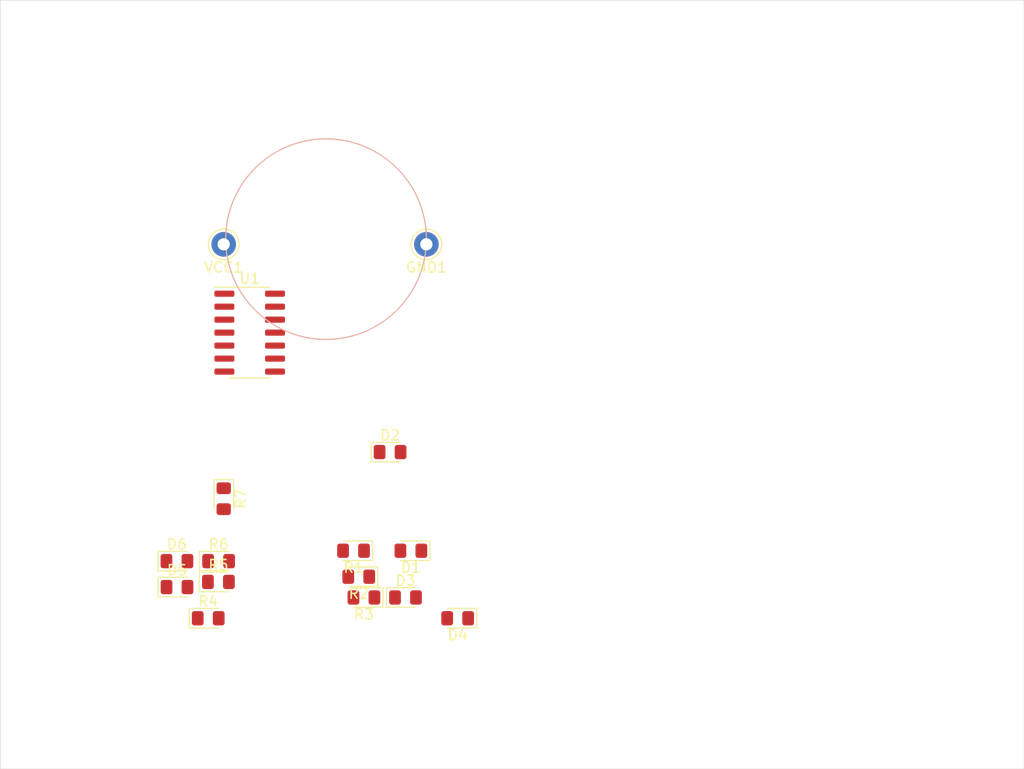
<source format=kicad_pcb>
(kicad_pcb (version 20171130) (host pcbnew "(5.1.2)-2")

  (general
    (thickness 1.6)
    (drawings 5)
    (tracks 0)
    (zones 0)
    (modules 16)
    (nets 21)
  )

  (page A4)
  (layers
    (0 F.Cu signal)
    (31 B.Cu signal)
    (32 B.Adhes user)
    (33 F.Adhes user)
    (34 B.Paste user)
    (35 F.Paste user)
    (36 B.SilkS user)
    (37 F.SilkS user)
    (38 B.Mask user)
    (39 F.Mask user)
    (40 Dwgs.User user)
    (41 Cmts.User user)
    (42 Eco1.User user)
    (43 Eco2.User user)
    (44 Edge.Cuts user)
    (45 Margin user)
    (46 B.CrtYd user)
    (47 F.CrtYd user)
    (48 B.Fab user)
    (49 F.Fab user hide)
  )

  (setup
    (last_trace_width 0.25)
    (trace_clearance 0.2)
    (zone_clearance 0.508)
    (zone_45_only no)
    (trace_min 0.2)
    (via_size 0.8)
    (via_drill 0.4)
    (via_min_size 0.4)
    (via_min_drill 0.3)
    (uvia_size 0.3)
    (uvia_drill 0.1)
    (uvias_allowed no)
    (uvia_min_size 0.2)
    (uvia_min_drill 0.1)
    (edge_width 0.05)
    (segment_width 0.2)
    (pcb_text_width 0.3)
    (pcb_text_size 1.5 1.5)
    (mod_edge_width 0.12)
    (mod_text_size 1 1)
    (mod_text_width 0.15)
    (pad_size 1.524 1.524)
    (pad_drill 0.762)
    (pad_to_mask_clearance 0.051)
    (solder_mask_min_width 0.25)
    (aux_axis_origin 0 0)
    (visible_elements 7FFFFFFF)
    (pcbplotparams
      (layerselection 0x010fc_ffffffff)
      (usegerberextensions false)
      (usegerberattributes false)
      (usegerberadvancedattributes false)
      (creategerberjobfile false)
      (excludeedgelayer true)
      (linewidth 0.100000)
      (plotframeref false)
      (viasonmask false)
      (mode 1)
      (useauxorigin false)
      (hpglpennumber 1)
      (hpglpenspeed 20)
      (hpglpendiameter 15.000000)
      (psnegative false)
      (psa4output false)
      (plotreference true)
      (plotvalue true)
      (plotinvisibletext false)
      (padsonsilk false)
      (subtractmaskfromsilk false)
      (outputformat 1)
      (mirror false)
      (drillshape 1)
      (scaleselection 1)
      (outputdirectory ""))
  )

  (net 0 "")
  (net 1 "Net-(U1-Pad13)")
  (net 2 "Net-(U1-Pad12)")
  (net 3 "Net-(U1-Pad11)")
  (net 4 "Net-(U1-Pad3)")
  (net 5 "Net-(U1-Pad2)")
  (net 6 "Net-(D1-Pad2)")
  (net 7 "Net-(D2-Pad2)")
  (net 8 "Net-(D3-Pad2)")
  (net 9 "Net-(D4-Pad2)")
  (net 10 "Net-(D5-Pad2)")
  (net 11 "Net-(D6-Pad2)")
  (net 12 "Net-(R1-Pad2)")
  (net 13 "Net-(R2-Pad2)")
  (net 14 "Net-(R3-Pad2)")
  (net 15 "Net-(R4-Pad2)")
  (net 16 "Net-(R5-Pad2)")
  (net 17 "Net-(R6-Pad2)")
  (net 18 "Net-(R7-Pad2)")
  (net 19 VCC)
  (net 20 GND)

  (net_class Default "This is the default net class."
    (clearance 0.2)
    (trace_width 0.25)
    (via_dia 0.8)
    (via_drill 0.4)
    (uvia_dia 0.3)
    (uvia_drill 0.1)
    (add_net GND)
    (add_net "Net-(D1-Pad2)")
    (add_net "Net-(D2-Pad2)")
    (add_net "Net-(D3-Pad2)")
    (add_net "Net-(D4-Pad2)")
    (add_net "Net-(D5-Pad2)")
    (add_net "Net-(D6-Pad2)")
    (add_net "Net-(R1-Pad2)")
    (add_net "Net-(R2-Pad2)")
    (add_net "Net-(R3-Pad2)")
    (add_net "Net-(R4-Pad2)")
    (add_net "Net-(R5-Pad2)")
    (add_net "Net-(R6-Pad2)")
    (add_net "Net-(R7-Pad2)")
    (add_net "Net-(U1-Pad11)")
    (add_net "Net-(U1-Pad12)")
    (add_net "Net-(U1-Pad13)")
    (add_net "Net-(U1-Pad2)")
    (add_net "Net-(U1-Pad3)")
    (add_net VCC)
  )

  (module Connector_Pin:Pin_D1.0mm_L10.0mm_LooseFit (layer F.Cu) (tedit 5A1DC085) (tstamp 5D697CC1)
    (at 72.644 74.676)
    (descr "solder Pin_ diameter 1.0mm, hole diameter 1.2mm (loose fit), length 10.0mm")
    (tags "solder Pin_ loose fit")
    (path /5D6D3034)
    (fp_text reference VCC1 (at 0 2.25) (layer F.SilkS)
      (effects (font (size 1 1) (thickness 0.15)))
    )
    (fp_text value Conn_01x01_Female (at 0 -2.05) (layer F.Fab)
      (effects (font (size 1 1) (thickness 0.15)))
    )
    (fp_circle (center 0 0) (end 1.5 0.05) (layer F.SilkS) (width 0.12))
    (fp_circle (center 0 0) (end 1.2 0) (layer F.Fab) (width 0.12))
    (fp_circle (center 0 0) (end 0.5 0) (layer F.Fab) (width 0.12))
    (fp_circle (center 0 0) (end 1.7 0) (layer F.CrtYd) (width 0.05))
    (fp_text user %R (at 0 2.25) (layer F.Fab)
      (effects (font (size 1 1) (thickness 0.15)))
    )
    (pad 1 thru_hole circle (at 0 0) (size 2.4 2.4) (drill 1.2) (layers *.Cu *.Mask)
      (net 19 VCC))
    (model ${KISYS3DMOD}/Connector_Pin.3dshapes/Pin_D1.0mm_L10.0mm_LooseFit.wrl
      (at (xyz 0 0 0))
      (scale (xyz 1 1 1))
      (rotate (xyz 0 0 0))
    )
  )

  (module Connector_Pin:Pin_D1.0mm_L10.0mm_LooseFit (layer F.Cu) (tedit 5A1DC085) (tstamp 5D697B71)
    (at 92.456 74.676)
    (descr "solder Pin_ diameter 1.0mm, hole diameter 1.2mm (loose fit), length 10.0mm")
    (tags "solder Pin_ loose fit")
    (path /5D6D376C)
    (fp_text reference GND1 (at 0 2.25) (layer F.SilkS)
      (effects (font (size 1 1) (thickness 0.15)))
    )
    (fp_text value Conn_01x01_Female (at 0 -2.05) (layer F.Fab)
      (effects (font (size 1 1) (thickness 0.15)))
    )
    (fp_circle (center 0 0) (end 1.5 0.05) (layer F.SilkS) (width 0.12))
    (fp_circle (center 0 0) (end 1.2 0) (layer F.Fab) (width 0.12))
    (fp_circle (center 0 0) (end 0.5 0) (layer F.Fab) (width 0.12))
    (fp_circle (center 0 0) (end 1.7 0) (layer F.CrtYd) (width 0.05))
    (fp_text user %R (at 0 2.25) (layer F.Fab)
      (effects (font (size 1 1) (thickness 0.15)))
    )
    (pad 1 thru_hole circle (at 0 0) (size 2.4 2.4) (drill 1.2) (layers *.Cu *.Mask)
      (net 20 GND))
    (model ${KISYS3DMOD}/Connector_Pin.3dshapes/Pin_D1.0mm_L10.0mm_LooseFit.wrl
      (at (xyz 0 0 0))
      (scale (xyz 1 1 1))
      (rotate (xyz 0 0 0))
    )
  )

  (module LED_SMD:LED_0805_2012Metric_Pad1.15x1.40mm_HandSolder (layer F.Cu) (tedit 5B4B45C9) (tstamp 5D681DAC)
    (at 72.644 99.559 270)
    (descr "LED SMD 0805 (2012 Metric), square (rectangular) end terminal, IPC_7351 nominal, (Body size source: https://docs.google.com/spreadsheets/d/1BsfQQcO9C6DZCsRaXUlFlo91Tg2WpOkGARC1WS5S8t0/edit?usp=sharing), generated with kicad-footprint-generator")
    (tags "LED handsolder")
    (path /5D696886)
    (attr smd)
    (fp_text reference R7 (at 0 -1.65 90) (layer F.SilkS)
      (effects (font (size 1 1) (thickness 0.15)))
    )
    (fp_text value 10k (at 0 1.65 90) (layer F.Fab)
      (effects (font (size 1 1) (thickness 0.15)))
    )
    (fp_text user %R (at 0 0) (layer F.Fab)
      (effects (font (size 0.5 0.5) (thickness 0.08)))
    )
    (fp_line (start 1.85 0.95) (end -1.85 0.95) (layer F.CrtYd) (width 0.05))
    (fp_line (start 1.85 -0.95) (end 1.85 0.95) (layer F.CrtYd) (width 0.05))
    (fp_line (start -1.85 -0.95) (end 1.85 -0.95) (layer F.CrtYd) (width 0.05))
    (fp_line (start -1.85 0.95) (end -1.85 -0.95) (layer F.CrtYd) (width 0.05))
    (fp_line (start -1.86 0.96) (end 1 0.96) (layer F.SilkS) (width 0.12))
    (fp_line (start -1.86 -0.96) (end -1.86 0.96) (layer F.SilkS) (width 0.12))
    (fp_line (start 1 -0.96) (end -1.86 -0.96) (layer F.SilkS) (width 0.12))
    (fp_line (start 1 0.6) (end 1 -0.6) (layer F.Fab) (width 0.1))
    (fp_line (start -1 0.6) (end 1 0.6) (layer F.Fab) (width 0.1))
    (fp_line (start -1 -0.3) (end -1 0.6) (layer F.Fab) (width 0.1))
    (fp_line (start -0.7 -0.6) (end -1 -0.3) (layer F.Fab) (width 0.1))
    (fp_line (start 1 -0.6) (end -0.7 -0.6) (layer F.Fab) (width 0.1))
    (pad 2 smd roundrect (at 1.025 0 270) (size 1.15 1.4) (layers F.Cu F.Paste F.Mask) (roundrect_rratio 0.217391)
      (net 18 "Net-(R7-Pad2)"))
    (pad 1 smd roundrect (at -1.025 0 270) (size 1.15 1.4) (layers F.Cu F.Paste F.Mask) (roundrect_rratio 0.217391)
      (net 19 VCC))
    (model ${KISYS3DMOD}/LED_SMD.3dshapes/LED_0805_2012Metric.wrl
      (at (xyz 0 0 0))
      (scale (xyz 1 1 1))
      (rotate (xyz 0 0 0))
    )
  )

  (module LED_SMD:LED_0805_2012Metric_Pad1.15x1.40mm_HandSolder (layer F.Cu) (tedit 5B4B45C9) (tstamp 5D681D99)
    (at 72.145 105.664)
    (descr "LED SMD 0805 (2012 Metric), square (rectangular) end terminal, IPC_7351 nominal, (Body size source: https://docs.google.com/spreadsheets/d/1BsfQQcO9C6DZCsRaXUlFlo91Tg2WpOkGARC1WS5S8t0/edit?usp=sharing), generated with kicad-footprint-generator")
    (tags "LED handsolder")
    (path /5D68604A)
    (attr smd)
    (fp_text reference R6 (at 0 -1.65) (layer F.SilkS)
      (effects (font (size 1 1) (thickness 0.15)))
    )
    (fp_text value R_Small_US (at 0 1.65) (layer F.Fab)
      (effects (font (size 1 1) (thickness 0.15)))
    )
    (fp_text user %R (at 0 0) (layer F.Fab)
      (effects (font (size 0.5 0.5) (thickness 0.08)))
    )
    (fp_line (start 1.85 0.95) (end -1.85 0.95) (layer F.CrtYd) (width 0.05))
    (fp_line (start 1.85 -0.95) (end 1.85 0.95) (layer F.CrtYd) (width 0.05))
    (fp_line (start -1.85 -0.95) (end 1.85 -0.95) (layer F.CrtYd) (width 0.05))
    (fp_line (start -1.85 0.95) (end -1.85 -0.95) (layer F.CrtYd) (width 0.05))
    (fp_line (start -1.86 0.96) (end 1 0.96) (layer F.SilkS) (width 0.12))
    (fp_line (start -1.86 -0.96) (end -1.86 0.96) (layer F.SilkS) (width 0.12))
    (fp_line (start 1 -0.96) (end -1.86 -0.96) (layer F.SilkS) (width 0.12))
    (fp_line (start 1 0.6) (end 1 -0.6) (layer F.Fab) (width 0.1))
    (fp_line (start -1 0.6) (end 1 0.6) (layer F.Fab) (width 0.1))
    (fp_line (start -1 -0.3) (end -1 0.6) (layer F.Fab) (width 0.1))
    (fp_line (start -0.7 -0.6) (end -1 -0.3) (layer F.Fab) (width 0.1))
    (fp_line (start 1 -0.6) (end -0.7 -0.6) (layer F.Fab) (width 0.1))
    (pad 2 smd roundrect (at 1.025 0) (size 1.15 1.4) (layers F.Cu F.Paste F.Mask) (roundrect_rratio 0.217391)
      (net 17 "Net-(R6-Pad2)"))
    (pad 1 smd roundrect (at -1.025 0) (size 1.15 1.4) (layers F.Cu F.Paste F.Mask) (roundrect_rratio 0.217391)
      (net 11 "Net-(D6-Pad2)"))
    (model ${KISYS3DMOD}/LED_SMD.3dshapes/LED_0805_2012Metric.wrl
      (at (xyz 0 0 0))
      (scale (xyz 1 1 1))
      (rotate (xyz 0 0 0))
    )
  )

  (module LED_SMD:LED_0805_2012Metric_Pad1.15x1.40mm_HandSolder (layer F.Cu) (tedit 5B4B45C9) (tstamp 5D681D86)
    (at 72.127 107.696)
    (descr "LED SMD 0805 (2012 Metric), square (rectangular) end terminal, IPC_7351 nominal, (Body size source: https://docs.google.com/spreadsheets/d/1BsfQQcO9C6DZCsRaXUlFlo91Tg2WpOkGARC1WS5S8t0/edit?usp=sharing), generated with kicad-footprint-generator")
    (tags "LED handsolder")
    (path /5D685D31)
    (attr smd)
    (fp_text reference R5 (at 0 -1.65) (layer F.SilkS)
      (effects (font (size 1 1) (thickness 0.15)))
    )
    (fp_text value R_Small_US (at 0 1.65) (layer F.Fab)
      (effects (font (size 1 1) (thickness 0.15)))
    )
    (fp_text user %R (at 0 0) (layer F.Fab)
      (effects (font (size 0.5 0.5) (thickness 0.08)))
    )
    (fp_line (start 1.85 0.95) (end -1.85 0.95) (layer F.CrtYd) (width 0.05))
    (fp_line (start 1.85 -0.95) (end 1.85 0.95) (layer F.CrtYd) (width 0.05))
    (fp_line (start -1.85 -0.95) (end 1.85 -0.95) (layer F.CrtYd) (width 0.05))
    (fp_line (start -1.85 0.95) (end -1.85 -0.95) (layer F.CrtYd) (width 0.05))
    (fp_line (start -1.86 0.96) (end 1 0.96) (layer F.SilkS) (width 0.12))
    (fp_line (start -1.86 -0.96) (end -1.86 0.96) (layer F.SilkS) (width 0.12))
    (fp_line (start 1 -0.96) (end -1.86 -0.96) (layer F.SilkS) (width 0.12))
    (fp_line (start 1 0.6) (end 1 -0.6) (layer F.Fab) (width 0.1))
    (fp_line (start -1 0.6) (end 1 0.6) (layer F.Fab) (width 0.1))
    (fp_line (start -1 -0.3) (end -1 0.6) (layer F.Fab) (width 0.1))
    (fp_line (start -0.7 -0.6) (end -1 -0.3) (layer F.Fab) (width 0.1))
    (fp_line (start 1 -0.6) (end -0.7 -0.6) (layer F.Fab) (width 0.1))
    (pad 2 smd roundrect (at 1.025 0) (size 1.15 1.4) (layers F.Cu F.Paste F.Mask) (roundrect_rratio 0.217391)
      (net 16 "Net-(R5-Pad2)"))
    (pad 1 smd roundrect (at -1.025 0) (size 1.15 1.4) (layers F.Cu F.Paste F.Mask) (roundrect_rratio 0.217391)
      (net 10 "Net-(D5-Pad2)"))
    (model ${KISYS3DMOD}/LED_SMD.3dshapes/LED_0805_2012Metric.wrl
      (at (xyz 0 0 0))
      (scale (xyz 1 1 1))
      (rotate (xyz 0 0 0))
    )
  )

  (module LED_SMD:LED_0805_2012Metric_Pad1.15x1.40mm_HandSolder (layer F.Cu) (tedit 5B4B45C9) (tstamp 5D681D73)
    (at 71.129 111.252)
    (descr "LED SMD 0805 (2012 Metric), square (rectangular) end terminal, IPC_7351 nominal, (Body size source: https://docs.google.com/spreadsheets/d/1BsfQQcO9C6DZCsRaXUlFlo91Tg2WpOkGARC1WS5S8t0/edit?usp=sharing), generated with kicad-footprint-generator")
    (tags "LED handsolder")
    (path /5D685B3A)
    (attr smd)
    (fp_text reference R4 (at 0 -1.65) (layer F.SilkS)
      (effects (font (size 1 1) (thickness 0.15)))
    )
    (fp_text value R_Small_US (at 0 1.65) (layer F.Fab)
      (effects (font (size 1 1) (thickness 0.15)))
    )
    (fp_text user %R (at 0 0) (layer F.Fab)
      (effects (font (size 0.5 0.5) (thickness 0.08)))
    )
    (fp_line (start 1.85 0.95) (end -1.85 0.95) (layer F.CrtYd) (width 0.05))
    (fp_line (start 1.85 -0.95) (end 1.85 0.95) (layer F.CrtYd) (width 0.05))
    (fp_line (start -1.85 -0.95) (end 1.85 -0.95) (layer F.CrtYd) (width 0.05))
    (fp_line (start -1.85 0.95) (end -1.85 -0.95) (layer F.CrtYd) (width 0.05))
    (fp_line (start -1.86 0.96) (end 1 0.96) (layer F.SilkS) (width 0.12))
    (fp_line (start -1.86 -0.96) (end -1.86 0.96) (layer F.SilkS) (width 0.12))
    (fp_line (start 1 -0.96) (end -1.86 -0.96) (layer F.SilkS) (width 0.12))
    (fp_line (start 1 0.6) (end 1 -0.6) (layer F.Fab) (width 0.1))
    (fp_line (start -1 0.6) (end 1 0.6) (layer F.Fab) (width 0.1))
    (fp_line (start -1 -0.3) (end -1 0.6) (layer F.Fab) (width 0.1))
    (fp_line (start -0.7 -0.6) (end -1 -0.3) (layer F.Fab) (width 0.1))
    (fp_line (start 1 -0.6) (end -0.7 -0.6) (layer F.Fab) (width 0.1))
    (pad 2 smd roundrect (at 1.025 0) (size 1.15 1.4) (layers F.Cu F.Paste F.Mask) (roundrect_rratio 0.217391)
      (net 15 "Net-(R4-Pad2)"))
    (pad 1 smd roundrect (at -1.025 0) (size 1.15 1.4) (layers F.Cu F.Paste F.Mask) (roundrect_rratio 0.217391)
      (net 9 "Net-(D4-Pad2)"))
    (model ${KISYS3DMOD}/LED_SMD.3dshapes/LED_0805_2012Metric.wrl
      (at (xyz 0 0 0))
      (scale (xyz 1 1 1))
      (rotate (xyz 0 0 0))
    )
  )

  (module LED_SMD:LED_0805_2012Metric_Pad1.15x1.40mm_HandSolder (layer F.Cu) (tedit 5B4B45C9) (tstamp 5D681D60)
    (at 86.351 109.22 180)
    (descr "LED SMD 0805 (2012 Metric), square (rectangular) end terminal, IPC_7351 nominal, (Body size source: https://docs.google.com/spreadsheets/d/1BsfQQcO9C6DZCsRaXUlFlo91Tg2WpOkGARC1WS5S8t0/edit?usp=sharing), generated with kicad-footprint-generator")
    (tags "LED handsolder")
    (path /5D68592E)
    (attr smd)
    (fp_text reference R3 (at 0 -1.65) (layer F.SilkS)
      (effects (font (size 1 1) (thickness 0.15)))
    )
    (fp_text value R_Small_US (at 0 1.65) (layer F.Fab)
      (effects (font (size 1 1) (thickness 0.15)))
    )
    (fp_text user %R (at 0 0 180) (layer F.Fab)
      (effects (font (size 0.5 0.5) (thickness 0.08)))
    )
    (fp_line (start 1.85 0.95) (end -1.85 0.95) (layer F.CrtYd) (width 0.05))
    (fp_line (start 1.85 -0.95) (end 1.85 0.95) (layer F.CrtYd) (width 0.05))
    (fp_line (start -1.85 -0.95) (end 1.85 -0.95) (layer F.CrtYd) (width 0.05))
    (fp_line (start -1.85 0.95) (end -1.85 -0.95) (layer F.CrtYd) (width 0.05))
    (fp_line (start -1.86 0.96) (end 1 0.96) (layer F.SilkS) (width 0.12))
    (fp_line (start -1.86 -0.96) (end -1.86 0.96) (layer F.SilkS) (width 0.12))
    (fp_line (start 1 -0.96) (end -1.86 -0.96) (layer F.SilkS) (width 0.12))
    (fp_line (start 1 0.6) (end 1 -0.6) (layer F.Fab) (width 0.1))
    (fp_line (start -1 0.6) (end 1 0.6) (layer F.Fab) (width 0.1))
    (fp_line (start -1 -0.3) (end -1 0.6) (layer F.Fab) (width 0.1))
    (fp_line (start -0.7 -0.6) (end -1 -0.3) (layer F.Fab) (width 0.1))
    (fp_line (start 1 -0.6) (end -0.7 -0.6) (layer F.Fab) (width 0.1))
    (pad 2 smd roundrect (at 1.025 0 180) (size 1.15 1.4) (layers F.Cu F.Paste F.Mask) (roundrect_rratio 0.217391)
      (net 14 "Net-(R3-Pad2)"))
    (pad 1 smd roundrect (at -1.025 0 180) (size 1.15 1.4) (layers F.Cu F.Paste F.Mask) (roundrect_rratio 0.217391)
      (net 8 "Net-(D3-Pad2)"))
    (model ${KISYS3DMOD}/LED_SMD.3dshapes/LED_0805_2012Metric.wrl
      (at (xyz 0 0 0))
      (scale (xyz 1 1 1))
      (rotate (xyz 0 0 0))
    )
  )

  (module LED_SMD:LED_0805_2012Metric_Pad1.15x1.40mm_HandSolder (layer F.Cu) (tedit 5B4B45C9) (tstamp 5D681D4D)
    (at 85.843 107.188 180)
    (descr "LED SMD 0805 (2012 Metric), square (rectangular) end terminal, IPC_7351 nominal, (Body size source: https://docs.google.com/spreadsheets/d/1BsfQQcO9C6DZCsRaXUlFlo91Tg2WpOkGARC1WS5S8t0/edit?usp=sharing), generated with kicad-footprint-generator")
    (tags "LED handsolder")
    (path /5D68574E)
    (attr smd)
    (fp_text reference R2 (at 0 -1.65) (layer F.SilkS)
      (effects (font (size 1 1) (thickness 0.15)))
    )
    (fp_text value R_Small_US (at 0 1.65) (layer F.Fab)
      (effects (font (size 1 1) (thickness 0.15)))
    )
    (fp_text user %R (at 0 0) (layer F.Fab)
      (effects (font (size 0.5 0.5) (thickness 0.08)))
    )
    (fp_line (start 1.85 0.95) (end -1.85 0.95) (layer F.CrtYd) (width 0.05))
    (fp_line (start 1.85 -0.95) (end 1.85 0.95) (layer F.CrtYd) (width 0.05))
    (fp_line (start -1.85 -0.95) (end 1.85 -0.95) (layer F.CrtYd) (width 0.05))
    (fp_line (start -1.85 0.95) (end -1.85 -0.95) (layer F.CrtYd) (width 0.05))
    (fp_line (start -1.86 0.96) (end 1 0.96) (layer F.SilkS) (width 0.12))
    (fp_line (start -1.86 -0.96) (end -1.86 0.96) (layer F.SilkS) (width 0.12))
    (fp_line (start 1 -0.96) (end -1.86 -0.96) (layer F.SilkS) (width 0.12))
    (fp_line (start 1 0.6) (end 1 -0.6) (layer F.Fab) (width 0.1))
    (fp_line (start -1 0.6) (end 1 0.6) (layer F.Fab) (width 0.1))
    (fp_line (start -1 -0.3) (end -1 0.6) (layer F.Fab) (width 0.1))
    (fp_line (start -0.7 -0.6) (end -1 -0.3) (layer F.Fab) (width 0.1))
    (fp_line (start 1 -0.6) (end -0.7 -0.6) (layer F.Fab) (width 0.1))
    (pad 2 smd roundrect (at 1.025 0 180) (size 1.15 1.4) (layers F.Cu F.Paste F.Mask) (roundrect_rratio 0.217391)
      (net 13 "Net-(R2-Pad2)"))
    (pad 1 smd roundrect (at -1.025 0 180) (size 1.15 1.4) (layers F.Cu F.Paste F.Mask) (roundrect_rratio 0.217391)
      (net 7 "Net-(D2-Pad2)"))
    (model ${KISYS3DMOD}/LED_SMD.3dshapes/LED_0805_2012Metric.wrl
      (at (xyz 0 0 0))
      (scale (xyz 1 1 1))
      (rotate (xyz 0 0 0))
    )
  )

  (module LED_SMD:LED_0805_2012Metric_Pad1.15x1.40mm_HandSolder (layer F.Cu) (tedit 5B4B45C9) (tstamp 5D681D3A)
    (at 85.335 104.648 180)
    (descr "LED SMD 0805 (2012 Metric), square (rectangular) end terminal, IPC_7351 nominal, (Body size source: https://docs.google.com/spreadsheets/d/1BsfQQcO9C6DZCsRaXUlFlo91Tg2WpOkGARC1WS5S8t0/edit?usp=sharing), generated with kicad-footprint-generator")
    (tags "LED handsolder")
    (path /5D682851)
    (attr smd)
    (fp_text reference R1 (at 0 -1.65) (layer F.SilkS)
      (effects (font (size 1 1) (thickness 0.15)))
    )
    (fp_text value R_Small_US (at 0 1.65) (layer F.Fab)
      (effects (font (size 1 1) (thickness 0.15)))
    )
    (fp_text user %R (at 0 0) (layer F.Fab)
      (effects (font (size 0.5 0.5) (thickness 0.08)))
    )
    (fp_line (start 1.85 0.95) (end -1.85 0.95) (layer F.CrtYd) (width 0.05))
    (fp_line (start 1.85 -0.95) (end 1.85 0.95) (layer F.CrtYd) (width 0.05))
    (fp_line (start -1.85 -0.95) (end 1.85 -0.95) (layer F.CrtYd) (width 0.05))
    (fp_line (start -1.85 0.95) (end -1.85 -0.95) (layer F.CrtYd) (width 0.05))
    (fp_line (start -1.86 0.96) (end 1 0.96) (layer F.SilkS) (width 0.12))
    (fp_line (start -1.86 -0.96) (end -1.86 0.96) (layer F.SilkS) (width 0.12))
    (fp_line (start 1 -0.96) (end -1.86 -0.96) (layer F.SilkS) (width 0.12))
    (fp_line (start 1 0.6) (end 1 -0.6) (layer F.Fab) (width 0.1))
    (fp_line (start -1 0.6) (end 1 0.6) (layer F.Fab) (width 0.1))
    (fp_line (start -1 -0.3) (end -1 0.6) (layer F.Fab) (width 0.1))
    (fp_line (start -0.7 -0.6) (end -1 -0.3) (layer F.Fab) (width 0.1))
    (fp_line (start 1 -0.6) (end -0.7 -0.6) (layer F.Fab) (width 0.1))
    (pad 2 smd roundrect (at 1.025 0 180) (size 1.15 1.4) (layers F.Cu F.Paste F.Mask) (roundrect_rratio 0.217391)
      (net 12 "Net-(R1-Pad2)"))
    (pad 1 smd roundrect (at -1.025 0 180) (size 1.15 1.4) (layers F.Cu F.Paste F.Mask) (roundrect_rratio 0.217391)
      (net 6 "Net-(D1-Pad2)"))
    (model ${KISYS3DMOD}/LED_SMD.3dshapes/LED_0805_2012Metric.wrl
      (at (xyz 0 0 0))
      (scale (xyz 1 1 1))
      (rotate (xyz 0 0 0))
    )
  )

  (module LED_SMD:LED_0805_2012Metric_Pad1.15x1.40mm_HandSolder (layer F.Cu) (tedit 5B4B45C9) (tstamp 5D681D27)
    (at 68.072 105.664)
    (descr "LED SMD 0805 (2012 Metric), square (rectangular) end terminal, IPC_7351 nominal, (Body size source: https://docs.google.com/spreadsheets/d/1BsfQQcO9C6DZCsRaXUlFlo91Tg2WpOkGARC1WS5S8t0/edit?usp=sharing), generated with kicad-footprint-generator")
    (tags "LED handsolder")
    (path /5D68950B)
    (attr smd)
    (fp_text reference D6 (at 0 -1.65) (layer F.SilkS)
      (effects (font (size 1 1) (thickness 0.15)))
    )
    (fp_text value LED (at 0 1.65) (layer F.Fab)
      (effects (font (size 1 1) (thickness 0.15)))
    )
    (fp_text user %R (at 0 0) (layer F.Fab)
      (effects (font (size 0.5 0.5) (thickness 0.08)))
    )
    (fp_line (start 1.85 0.95) (end -1.85 0.95) (layer F.CrtYd) (width 0.05))
    (fp_line (start 1.85 -0.95) (end 1.85 0.95) (layer F.CrtYd) (width 0.05))
    (fp_line (start -1.85 -0.95) (end 1.85 -0.95) (layer F.CrtYd) (width 0.05))
    (fp_line (start -1.85 0.95) (end -1.85 -0.95) (layer F.CrtYd) (width 0.05))
    (fp_line (start -1.86 0.96) (end 1 0.96) (layer F.SilkS) (width 0.12))
    (fp_line (start -1.86 -0.96) (end -1.86 0.96) (layer F.SilkS) (width 0.12))
    (fp_line (start 1 -0.96) (end -1.86 -0.96) (layer F.SilkS) (width 0.12))
    (fp_line (start 1 0.6) (end 1 -0.6) (layer F.Fab) (width 0.1))
    (fp_line (start -1 0.6) (end 1 0.6) (layer F.Fab) (width 0.1))
    (fp_line (start -1 -0.3) (end -1 0.6) (layer F.Fab) (width 0.1))
    (fp_line (start -0.7 -0.6) (end -1 -0.3) (layer F.Fab) (width 0.1))
    (fp_line (start 1 -0.6) (end -0.7 -0.6) (layer F.Fab) (width 0.1))
    (pad 2 smd roundrect (at 1.025 0) (size 1.15 1.4) (layers F.Cu F.Paste F.Mask) (roundrect_rratio 0.217391)
      (net 11 "Net-(D6-Pad2)"))
    (pad 1 smd roundrect (at -1.025 0) (size 1.15 1.4) (layers F.Cu F.Paste F.Mask) (roundrect_rratio 0.217391)
      (net 20 GND))
    (model ${KISYS3DMOD}/LED_SMD.3dshapes/LED_0805_2012Metric.wrl
      (at (xyz 0 0 0))
      (scale (xyz 1 1 1))
      (rotate (xyz 0 0 0))
    )
  )

  (module LED_SMD:LED_0805_2012Metric_Pad1.15x1.40mm_HandSolder (layer F.Cu) (tedit 5B4B45C9) (tstamp 5D681D14)
    (at 68.081 108.204)
    (descr "LED SMD 0805 (2012 Metric), square (rectangular) end terminal, IPC_7351 nominal, (Body size source: https://docs.google.com/spreadsheets/d/1BsfQQcO9C6DZCsRaXUlFlo91Tg2WpOkGARC1WS5S8t0/edit?usp=sharing), generated with kicad-footprint-generator")
    (tags "LED handsolder")
    (path /5D689169)
    (attr smd)
    (fp_text reference D5 (at 0 -1.65) (layer F.SilkS)
      (effects (font (size 1 1) (thickness 0.15)))
    )
    (fp_text value LED (at 0 1.65) (layer F.Fab)
      (effects (font (size 1 1) (thickness 0.15)))
    )
    (fp_text user %R (at 0 0) (layer F.Fab)
      (effects (font (size 0.5 0.5) (thickness 0.08)))
    )
    (fp_line (start 1.85 0.95) (end -1.85 0.95) (layer F.CrtYd) (width 0.05))
    (fp_line (start 1.85 -0.95) (end 1.85 0.95) (layer F.CrtYd) (width 0.05))
    (fp_line (start -1.85 -0.95) (end 1.85 -0.95) (layer F.CrtYd) (width 0.05))
    (fp_line (start -1.85 0.95) (end -1.85 -0.95) (layer F.CrtYd) (width 0.05))
    (fp_line (start -1.86 0.96) (end 1 0.96) (layer F.SilkS) (width 0.12))
    (fp_line (start -1.86 -0.96) (end -1.86 0.96) (layer F.SilkS) (width 0.12))
    (fp_line (start 1 -0.96) (end -1.86 -0.96) (layer F.SilkS) (width 0.12))
    (fp_line (start 1 0.6) (end 1 -0.6) (layer F.Fab) (width 0.1))
    (fp_line (start -1 0.6) (end 1 0.6) (layer F.Fab) (width 0.1))
    (fp_line (start -1 -0.3) (end -1 0.6) (layer F.Fab) (width 0.1))
    (fp_line (start -0.7 -0.6) (end -1 -0.3) (layer F.Fab) (width 0.1))
    (fp_line (start 1 -0.6) (end -0.7 -0.6) (layer F.Fab) (width 0.1))
    (pad 2 smd roundrect (at 1.025 0) (size 1.15 1.4) (layers F.Cu F.Paste F.Mask) (roundrect_rratio 0.217391)
      (net 10 "Net-(D5-Pad2)"))
    (pad 1 smd roundrect (at -1.025 0) (size 1.15 1.4) (layers F.Cu F.Paste F.Mask) (roundrect_rratio 0.217391)
      (net 20 GND))
    (model ${KISYS3DMOD}/LED_SMD.3dshapes/LED_0805_2012Metric.wrl
      (at (xyz 0 0 0))
      (scale (xyz 1 1 1))
      (rotate (xyz 0 0 0))
    )
  )

  (module LED_SMD:LED_0805_2012Metric_Pad1.15x1.40mm_HandSolder (layer F.Cu) (tedit 5B4B45C9) (tstamp 5D681D01)
    (at 95.513 111.252 180)
    (descr "LED SMD 0805 (2012 Metric), square (rectangular) end terminal, IPC_7351 nominal, (Body size source: https://docs.google.com/spreadsheets/d/1BsfQQcO9C6DZCsRaXUlFlo91Tg2WpOkGARC1WS5S8t0/edit?usp=sharing), generated with kicad-footprint-generator")
    (tags "LED handsolder")
    (path /5D688E7A)
    (attr smd)
    (fp_text reference D4 (at 0 -1.65) (layer F.SilkS)
      (effects (font (size 1 1) (thickness 0.15)))
    )
    (fp_text value LED (at 0 1.65) (layer F.Fab)
      (effects (font (size 1 1) (thickness 0.15)))
    )
    (fp_text user %R (at 0 0) (layer F.Fab)
      (effects (font (size 0.5 0.5) (thickness 0.08)))
    )
    (fp_line (start 1.85 0.95) (end -1.85 0.95) (layer F.CrtYd) (width 0.05))
    (fp_line (start 1.85 -0.95) (end 1.85 0.95) (layer F.CrtYd) (width 0.05))
    (fp_line (start -1.85 -0.95) (end 1.85 -0.95) (layer F.CrtYd) (width 0.05))
    (fp_line (start -1.85 0.95) (end -1.85 -0.95) (layer F.CrtYd) (width 0.05))
    (fp_line (start -1.86 0.96) (end 1 0.96) (layer F.SilkS) (width 0.12))
    (fp_line (start -1.86 -0.96) (end -1.86 0.96) (layer F.SilkS) (width 0.12))
    (fp_line (start 1 -0.96) (end -1.86 -0.96) (layer F.SilkS) (width 0.12))
    (fp_line (start 1 0.6) (end 1 -0.6) (layer F.Fab) (width 0.1))
    (fp_line (start -1 0.6) (end 1 0.6) (layer F.Fab) (width 0.1))
    (fp_line (start -1 -0.3) (end -1 0.6) (layer F.Fab) (width 0.1))
    (fp_line (start -0.7 -0.6) (end -1 -0.3) (layer F.Fab) (width 0.1))
    (fp_line (start 1 -0.6) (end -0.7 -0.6) (layer F.Fab) (width 0.1))
    (pad 2 smd roundrect (at 1.025 0 180) (size 1.15 1.4) (layers F.Cu F.Paste F.Mask) (roundrect_rratio 0.217391)
      (net 9 "Net-(D4-Pad2)"))
    (pad 1 smd roundrect (at -1.025 0 180) (size 1.15 1.4) (layers F.Cu F.Paste F.Mask) (roundrect_rratio 0.217391)
      (net 20 GND))
    (model ${KISYS3DMOD}/LED_SMD.3dshapes/LED_0805_2012Metric.wrl
      (at (xyz 0 0 0))
      (scale (xyz 1 1 1))
      (rotate (xyz 0 0 0))
    )
  )

  (module LED_SMD:LED_0805_2012Metric_Pad1.15x1.40mm_HandSolder (layer F.Cu) (tedit 5B4B45C9) (tstamp 5D681CEE)
    (at 90.415 109.22)
    (descr "LED SMD 0805 (2012 Metric), square (rectangular) end terminal, IPC_7351 nominal, (Body size source: https://docs.google.com/spreadsheets/d/1BsfQQcO9C6DZCsRaXUlFlo91Tg2WpOkGARC1WS5S8t0/edit?usp=sharing), generated with kicad-footprint-generator")
    (tags "LED handsolder")
    (path /5D688C28)
    (attr smd)
    (fp_text reference D3 (at 0 -1.65) (layer F.SilkS)
      (effects (font (size 1 1) (thickness 0.15)))
    )
    (fp_text value LED (at 0 1.65) (layer F.Fab)
      (effects (font (size 1 1) (thickness 0.15)))
    )
    (fp_text user %R (at 0 0) (layer F.Fab)
      (effects (font (size 0.5 0.5) (thickness 0.08)))
    )
    (fp_line (start 1.85 0.95) (end -1.85 0.95) (layer F.CrtYd) (width 0.05))
    (fp_line (start 1.85 -0.95) (end 1.85 0.95) (layer F.CrtYd) (width 0.05))
    (fp_line (start -1.85 -0.95) (end 1.85 -0.95) (layer F.CrtYd) (width 0.05))
    (fp_line (start -1.85 0.95) (end -1.85 -0.95) (layer F.CrtYd) (width 0.05))
    (fp_line (start -1.86 0.96) (end 1 0.96) (layer F.SilkS) (width 0.12))
    (fp_line (start -1.86 -0.96) (end -1.86 0.96) (layer F.SilkS) (width 0.12))
    (fp_line (start 1 -0.96) (end -1.86 -0.96) (layer F.SilkS) (width 0.12))
    (fp_line (start 1 0.6) (end 1 -0.6) (layer F.Fab) (width 0.1))
    (fp_line (start -1 0.6) (end 1 0.6) (layer F.Fab) (width 0.1))
    (fp_line (start -1 -0.3) (end -1 0.6) (layer F.Fab) (width 0.1))
    (fp_line (start -0.7 -0.6) (end -1 -0.3) (layer F.Fab) (width 0.1))
    (fp_line (start 1 -0.6) (end -0.7 -0.6) (layer F.Fab) (width 0.1))
    (pad 2 smd roundrect (at 1.025 0) (size 1.15 1.4) (layers F.Cu F.Paste F.Mask) (roundrect_rratio 0.217391)
      (net 8 "Net-(D3-Pad2)"))
    (pad 1 smd roundrect (at -1.025 0) (size 1.15 1.4) (layers F.Cu F.Paste F.Mask) (roundrect_rratio 0.217391)
      (net 20 GND))
    (model ${KISYS3DMOD}/LED_SMD.3dshapes/LED_0805_2012Metric.wrl
      (at (xyz 0 0 0))
      (scale (xyz 1 1 1))
      (rotate (xyz 0 0 0))
    )
  )

  (module LED_SMD:LED_0805_2012Metric_Pad1.15x1.40mm_HandSolder (layer F.Cu) (tedit 5B4B45C9) (tstamp 5D681CDB)
    (at 88.909 94.996)
    (descr "LED SMD 0805 (2012 Metric), square (rectangular) end terminal, IPC_7351 nominal, (Body size source: https://docs.google.com/spreadsheets/d/1BsfQQcO9C6DZCsRaXUlFlo91Tg2WpOkGARC1WS5S8t0/edit?usp=sharing), generated with kicad-footprint-generator")
    (tags "LED handsolder")
    (path /5D6888BB)
    (attr smd)
    (fp_text reference D2 (at 0 -1.65) (layer F.SilkS)
      (effects (font (size 1 1) (thickness 0.15)))
    )
    (fp_text value LED (at 0 1.65) (layer F.Fab)
      (effects (font (size 1 1) (thickness 0.15)))
    )
    (fp_text user %R (at 0 0 90) (layer F.Fab)
      (effects (font (size 0.5 0.5) (thickness 0.08)))
    )
    (fp_line (start 1.85 0.95) (end -1.85 0.95) (layer F.CrtYd) (width 0.05))
    (fp_line (start 1.85 -0.95) (end 1.85 0.95) (layer F.CrtYd) (width 0.05))
    (fp_line (start -1.85 -0.95) (end 1.85 -0.95) (layer F.CrtYd) (width 0.05))
    (fp_line (start -1.85 0.95) (end -1.85 -0.95) (layer F.CrtYd) (width 0.05))
    (fp_line (start -1.86 0.96) (end 1 0.96) (layer F.SilkS) (width 0.12))
    (fp_line (start -1.86 -0.96) (end -1.86 0.96) (layer F.SilkS) (width 0.12))
    (fp_line (start 1 -0.96) (end -1.86 -0.96) (layer F.SilkS) (width 0.12))
    (fp_line (start 1 0.6) (end 1 -0.6) (layer F.Fab) (width 0.1))
    (fp_line (start -1 0.6) (end 1 0.6) (layer F.Fab) (width 0.1))
    (fp_line (start -1 -0.3) (end -1 0.6) (layer F.Fab) (width 0.1))
    (fp_line (start -0.7 -0.6) (end -1 -0.3) (layer F.Fab) (width 0.1))
    (fp_line (start 1 -0.6) (end -0.7 -0.6) (layer F.Fab) (width 0.1))
    (pad 2 smd roundrect (at 1.025 0) (size 1.15 1.4) (layers F.Cu F.Paste F.Mask) (roundrect_rratio 0.217391)
      (net 7 "Net-(D2-Pad2)"))
    (pad 1 smd roundrect (at -1.025 0) (size 1.15 1.4) (layers F.Cu F.Paste F.Mask) (roundrect_rratio 0.217391)
      (net 20 GND))
    (model ${KISYS3DMOD}/LED_SMD.3dshapes/LED_0805_2012Metric.wrl
      (at (xyz 0 0 0))
      (scale (xyz 1 1 1))
      (rotate (xyz 0 0 0))
    )
  )

  (module LED_SMD:LED_0805_2012Metric_Pad1.15x1.40mm_HandSolder (layer F.Cu) (tedit 5B4B45C9) (tstamp 5D681CC8)
    (at 90.941 104.648 180)
    (descr "LED SMD 0805 (2012 Metric), square (rectangular) end terminal, IPC_7351 nominal, (Body size source: https://docs.google.com/spreadsheets/d/1BsfQQcO9C6DZCsRaXUlFlo91Tg2WpOkGARC1WS5S8t0/edit?usp=sharing), generated with kicad-footprint-generator")
    (tags "LED handsolder")
    (path /5D6862E0)
    (attr smd)
    (fp_text reference D1 (at 0 -1.65) (layer F.SilkS)
      (effects (font (size 1 1) (thickness 0.15)))
    )
    (fp_text value LED (at 0 1.65) (layer F.Fab)
      (effects (font (size 1 1) (thickness 0.15)))
    )
    (fp_text user %R (at 0 0) (layer F.Fab)
      (effects (font (size 0.5 0.5) (thickness 0.08)))
    )
    (fp_line (start 1.85 0.95) (end -1.85 0.95) (layer F.CrtYd) (width 0.05))
    (fp_line (start 1.85 -0.95) (end 1.85 0.95) (layer F.CrtYd) (width 0.05))
    (fp_line (start -1.85 -0.95) (end 1.85 -0.95) (layer F.CrtYd) (width 0.05))
    (fp_line (start -1.85 0.95) (end -1.85 -0.95) (layer F.CrtYd) (width 0.05))
    (fp_line (start -1.86 0.96) (end 1 0.96) (layer F.SilkS) (width 0.12))
    (fp_line (start -1.86 -0.96) (end -1.86 0.96) (layer F.SilkS) (width 0.12))
    (fp_line (start 1 -0.96) (end -1.86 -0.96) (layer F.SilkS) (width 0.12))
    (fp_line (start 1 0.6) (end 1 -0.6) (layer F.Fab) (width 0.1))
    (fp_line (start -1 0.6) (end 1 0.6) (layer F.Fab) (width 0.1))
    (fp_line (start -1 -0.3) (end -1 0.6) (layer F.Fab) (width 0.1))
    (fp_line (start -0.7 -0.6) (end -1 -0.3) (layer F.Fab) (width 0.1))
    (fp_line (start 1 -0.6) (end -0.7 -0.6) (layer F.Fab) (width 0.1))
    (pad 2 smd roundrect (at 1.025 0 180) (size 1.15 1.4) (layers F.Cu F.Paste F.Mask) (roundrect_rratio 0.217391)
      (net 6 "Net-(D1-Pad2)"))
    (pad 1 smd roundrect (at -1.025 0 180) (size 1.15 1.4) (layers F.Cu F.Paste F.Mask) (roundrect_rratio 0.217391)
      (net 20 GND))
    (model ${KISYS3DMOD}/LED_SMD.3dshapes/LED_0805_2012Metric.wrl
      (at (xyz 0 0 0))
      (scale (xyz 1 1 1))
      (rotate (xyz 0 0 0))
    )
  )

  (module Package_SO:SOIC-14_3.9x8.7mm_P1.27mm (layer F.Cu) (tedit 5C97300E) (tstamp 5D683335)
    (at 75.184 83.312)
    (descr "SOIC, 14 Pin (JEDEC MS-012AB, https://www.analog.com/media/en/package-pcb-resources/package/pkg_pdf/soic_narrow-r/r_14.pdf), generated with kicad-footprint-generator ipc_gullwing_generator.py")
    (tags "SOIC SO")
    (path /5D6A20D0)
    (attr smd)
    (fp_text reference U1 (at 0 -5.28) (layer F.SilkS)
      (effects (font (size 1 1) (thickness 0.15)))
    )
    (fp_text value ATtiny841-SSU (at 0 5.28) (layer F.Fab)
      (effects (font (size 1 1) (thickness 0.15)))
    )
    (fp_text user %R (at 0 0) (layer F.Fab)
      (effects (font (size 0.98 0.98) (thickness 0.15)))
    )
    (fp_line (start 3.7 -4.58) (end -3.7 -4.58) (layer F.CrtYd) (width 0.05))
    (fp_line (start 3.7 4.58) (end 3.7 -4.58) (layer F.CrtYd) (width 0.05))
    (fp_line (start -3.7 4.58) (end 3.7 4.58) (layer F.CrtYd) (width 0.05))
    (fp_line (start -3.7 -4.58) (end -3.7 4.58) (layer F.CrtYd) (width 0.05))
    (fp_line (start -1.95 -3.35) (end -0.975 -4.325) (layer F.Fab) (width 0.1))
    (fp_line (start -1.95 4.325) (end -1.95 -3.35) (layer F.Fab) (width 0.1))
    (fp_line (start 1.95 4.325) (end -1.95 4.325) (layer F.Fab) (width 0.1))
    (fp_line (start 1.95 -4.325) (end 1.95 4.325) (layer F.Fab) (width 0.1))
    (fp_line (start -0.975 -4.325) (end 1.95 -4.325) (layer F.Fab) (width 0.1))
    (fp_line (start 0 -4.435) (end -3.45 -4.435) (layer F.SilkS) (width 0.12))
    (fp_line (start 0 -4.435) (end 1.95 -4.435) (layer F.SilkS) (width 0.12))
    (fp_line (start 0 4.435) (end -1.95 4.435) (layer F.SilkS) (width 0.12))
    (fp_line (start 0 4.435) (end 1.95 4.435) (layer F.SilkS) (width 0.12))
    (pad 14 smd roundrect (at 2.475 -3.81) (size 1.95 0.6) (layers F.Cu F.Paste F.Mask) (roundrect_rratio 0.25)
      (net 20 GND))
    (pad 13 smd roundrect (at 2.475 -2.54) (size 1.95 0.6) (layers F.Cu F.Paste F.Mask) (roundrect_rratio 0.25)
      (net 1 "Net-(U1-Pad13)"))
    (pad 12 smd roundrect (at 2.475 -1.27) (size 1.95 0.6) (layers F.Cu F.Paste F.Mask) (roundrect_rratio 0.25)
      (net 2 "Net-(U1-Pad12)"))
    (pad 11 smd roundrect (at 2.475 0) (size 1.95 0.6) (layers F.Cu F.Paste F.Mask) (roundrect_rratio 0.25)
      (net 3 "Net-(U1-Pad11)"))
    (pad 10 smd roundrect (at 2.475 1.27) (size 1.95 0.6) (layers F.Cu F.Paste F.Mask) (roundrect_rratio 0.25)
      (net 12 "Net-(R1-Pad2)"))
    (pad 9 smd roundrect (at 2.475 2.54) (size 1.95 0.6) (layers F.Cu F.Paste F.Mask) (roundrect_rratio 0.25)
      (net 13 "Net-(R2-Pad2)"))
    (pad 8 smd roundrect (at 2.475 3.81) (size 1.95 0.6) (layers F.Cu F.Paste F.Mask) (roundrect_rratio 0.25)
      (net 14 "Net-(R3-Pad2)"))
    (pad 7 smd roundrect (at -2.475 3.81) (size 1.95 0.6) (layers F.Cu F.Paste F.Mask) (roundrect_rratio 0.25)
      (net 15 "Net-(R4-Pad2)"))
    (pad 6 smd roundrect (at -2.475 2.54) (size 1.95 0.6) (layers F.Cu F.Paste F.Mask) (roundrect_rratio 0.25)
      (net 16 "Net-(R5-Pad2)"))
    (pad 5 smd roundrect (at -2.475 1.27) (size 1.95 0.6) (layers F.Cu F.Paste F.Mask) (roundrect_rratio 0.25)
      (net 17 "Net-(R6-Pad2)"))
    (pad 4 smd roundrect (at -2.475 0) (size 1.95 0.6) (layers F.Cu F.Paste F.Mask) (roundrect_rratio 0.25)
      (net 18 "Net-(R7-Pad2)"))
    (pad 3 smd roundrect (at -2.475 -1.27) (size 1.95 0.6) (layers F.Cu F.Paste F.Mask) (roundrect_rratio 0.25)
      (net 4 "Net-(U1-Pad3)"))
    (pad 2 smd roundrect (at -2.475 -2.54) (size 1.95 0.6) (layers F.Cu F.Paste F.Mask) (roundrect_rratio 0.25)
      (net 5 "Net-(U1-Pad2)"))
    (pad 1 smd roundrect (at -2.475 -3.81) (size 1.95 0.6) (layers F.Cu F.Paste F.Mask) (roundrect_rratio 0.25)
      (net 19 VCC))
    (model ${KISYS3DMOD}/Package_SO.3dshapes/SOIC-14_3.9x8.7mm_P1.27mm.wrl
      (at (xyz 0 0 0))
      (scale (xyz 1 1 1))
      (rotate (xyz 0 0 0))
    )
  )

  (gr_circle (center 82.644891 74.168) (end 92.456001 74.168) (layer B.SilkS) (width 0.12))
  (gr_line (start 50.8 125.984) (end 50.8 50.8) (layer Edge.Cuts) (width 0.05) (tstamp 5D67F628))
  (gr_line (start 150.876 125.984) (end 50.8 125.984) (layer Edge.Cuts) (width 0.05))
  (gr_line (start 150.876 50.8) (end 150.876 125.984) (layer Edge.Cuts) (width 0.05))
  (gr_line (start 50.8 50.8) (end 150.876 50.8) (layer Edge.Cuts) (width 0.05))

)

</source>
